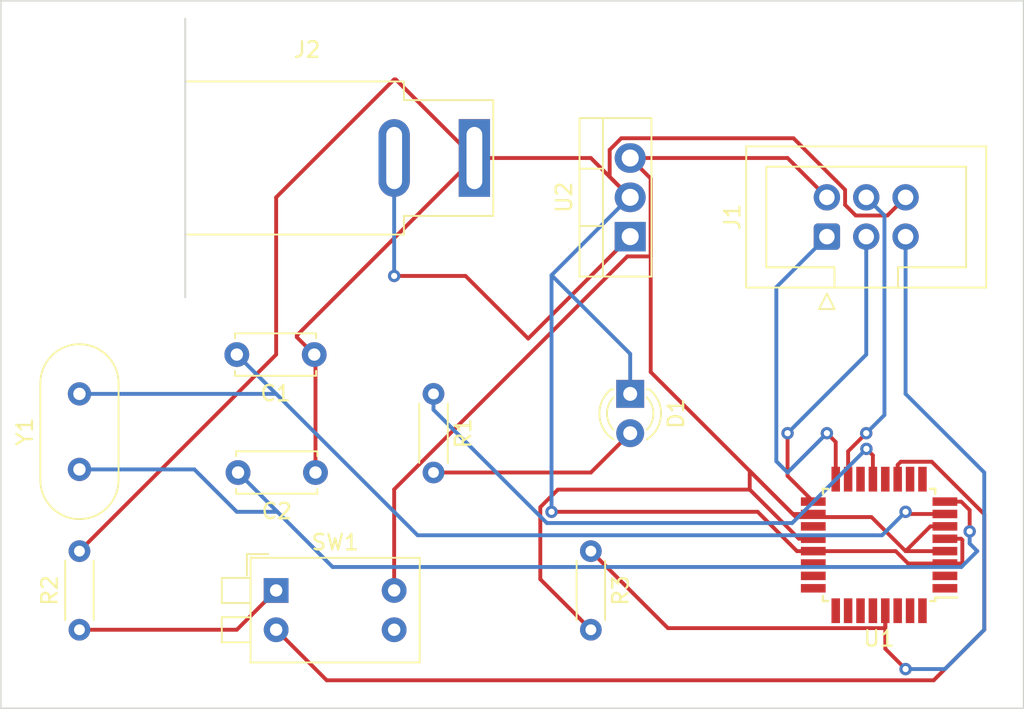
<source format=kicad_pcb>
(kicad_pcb (version 20221018) (generator pcbnew)
  (layers (0 "F.Cu" signal) (31 "B.Cu" signal) (34 "B.Paste" user) (35 "F.Paste" user) (36 "B.SilkS" user "B.Silkscreen") (37 "F.SilkS" user "F.Silkscreen") (38 "B.Mask" user) (39 "F.Mask" user) (44 "Edge.Cuts" user))
  (net 0 "")
  (net 1 "GND")
  (net 2 "XTAL_1")
  (net 4 "XTAL_2")
  (net 5 "R1")
  (net 6 "PB4_MISO")
  (net 7 "PB5_SCK")
  (net 8 "PB3_MOSI")
  (net 9 "PC6_RESET")
  (net 10 "PWMPIN_9")
  (net 11 "SW1_PIN2GND")
  (net 12 "DPIN_7")
  (net 13 "+5V")
  (net 31 "Net-(U2-IN)")
  (footprint "Resistor_THT:R_Axial_DIN0204_L3.6mm_D1.6mm_P5.08mm_Horizontal" (layer "F.Cu") (at 137.16 63.5 90)
    (fp_text reference "R2" (at 2.54 -1.92 90) (layer "F.SilkS"))
    (fp_text value "10k")
    (fp_line (start 0.62 -0.92) (end 4.46 -0.92) (stroke (width 0.12)) (layer "F.SilkS"))
    (fp_line (start 0.62 0.92) (end 4.46 0.92) (stroke (width 0.12)) (layer "F.SilkS"))
    (pad "1" thru_hole circle (at 0 0 90) (size 1.4 1.4) (drill 0.7) (layers "*.Cu" "*.Mask") (net 11 "SW1_PIN2GND"))
    (pad "2" thru_hole oval (at 5.08 0 90) (size 1.4 1.4) (drill 0.7) (layers "*.Cu" "*.Mask") (net 1 "GND"))
  )
  (footprint "Crystal:Crystal_HC49-U_Vertical" (layer "F.Cu") (at 137.16 53.14 90)
    (fp_text reference "Y1" (at 2.44 -3.525 90) (layer "F.SilkS"))
    (fp_text value "16Mhz Crystal")
    (fp_line (start -0.685 -2.525) (end 5.565 -2.525) (stroke (width 0.12)) (layer "F.SilkS"))
    (fp_line (start -0.685 2.525) (end 5.565 2.525) (stroke (width 0.12)) (layer "F.SilkS"))
    (fp_arc (start -0.685 2.525) (mid -3.21 0) (end -0.685 -2.525) (stroke (width 0.12)) (layer "F.SilkS"))
    (fp_arc (start 5.565 -2.525) (mid 8.09 0) (end 5.565 2.525) (stroke (width 0.12)) (layer "F.SilkS"))
    (pad "1" thru_hole circle (at 0 0 90) (size 1.5 1.5) (drill 0.8) (layers "*.Cu" "*.Mask") (net 4 "XTAL_2"))
    (pad "2" thru_hole circle (at 4.88 0 90) (size 1.5 1.5) (drill 0.8) (layers "*.Cu" "*.Mask") (net 2 "XTAL_1"))
  )
  (footprint "Resistor_THT:R_Axial_DIN0204_L3.6mm_D1.6mm_P5.08mm_Horizontal" (layer "F.Cu") (at 170.18 58.42 -90)
    (fp_text reference "R3" (at 2.54 -1.92 90) (layer "F.SilkS"))
    (fp_text value "10k")
    (fp_line (start 0.62 -0.92) (end 4.46 -0.92) (stroke (width 0.12)) (layer "F.SilkS"))
    (fp_line (start 0.62 0.92) (end 4.46 0.92) (stroke (width 0.12)) (layer "F.SilkS"))
    (pad "1" thru_hole circle (at 0 0 270) (size 1.4 1.4) (drill 0.7) (layers "*.Cu" "*.Mask") (net 9 "PC6_RESET"))
    (pad "2" thru_hole oval (at 5.08 0 270) (size 1.4 1.4) (drill 0.7) (layers "*.Cu" "*.Mask") (net 13 "+5V"))
  )
  (footprint "Resistor_THT:R_Axial_DIN0204_L3.6mm_D1.6mm_P5.08mm_Horizontal" (layer "F.Cu") (at 160.02 48.26 -90)
    (fp_text reference "R1" (at 2.54 -1.92 90) (layer "F.SilkS"))
    (fp_text value "330")
    (fp_line (start 0.62 -0.92) (end 4.46 -0.92) (stroke (width 0.12)) (layer "F.SilkS"))
    (fp_line (start 0.62 0.92) (end 4.46 0.92) (stroke (width 0.12)) (layer "F.SilkS"))
    (pad "1" thru_hole circle (at 0 0 270) (size 1.4 1.4) (drill 0.7) (layers "*.Cu" "*.Mask") (net 10 "PWMPIN_9"))
    (pad "2" thru_hole oval (at 5.08 0 270) (size 1.4 1.4) (drill 0.7) (layers "*.Cu" "*.Mask") (net 5 "R1"))
  )
  (footprint "Package_QFP:TQFP-32_7x7mm_P0.8mm" (layer "F.Cu") (at 188.79 58.02 180)
    (fp_text reference "U1" (at 0 -6.05) (layer "F.SilkS"))
    (fp_text value "ATmega328P-A")
    (fp_line (start -3.625 -3.625) (end -3.625 -3.4) (stroke (width 0.15)) (layer "F.SilkS"))
    (fp_line (start -3.625 -3.625) (end -3.3 -3.625) (stroke (width 0.15)) (layer "F.SilkS"))
    (fp_line (start -3.625 -3.4) (end -5.05 -3.4) (stroke (width 0.15)) (layer "F.SilkS"))
    (fp_line (start -3.625 3.625) (end -3.625 3.3) (stroke (width 0.15)) (layer "F.SilkS"))
    (fp_line (start -3.625 3.625) (end -3.3 3.625) (stroke (width 0.15)) (layer "F.SilkS"))
    (fp_line (start 3.625 -3.625) (end 3.3 -3.625) (stroke (width 0.15)) (layer "F.SilkS"))
    (fp_line (start 3.625 -3.625) (end 3.625 -3.3) (stroke (width 0.15)) (layer "F.SilkS"))
    (fp_line (start 3.625 3.625) (end 3.3 3.625) (stroke (width 0.15)) (layer "F.SilkS"))
    (fp_line (start 3.625 3.625) (end 3.625 3.3) (stroke (width 0.15)) (layer "F.SilkS"))
    (pad "1" smd rect (at -4.25 -2.8 180) (size 1.6 0.55) (layers "F.Cu" "F.Paste" "F.Mask"))
    (pad "2" smd rect (at -4.25 -2 180) (size 1.6 0.55) (layers "F.Cu" "F.Paste" "F.Mask"))
    (pad "3" smd rect (at -4.25 -1.2 180) (size 1.6 0.55) (layers "F.Cu" "F.Paste" "F.Mask") (net 1 "GND"))
    (pad "4" smd rect (at -4.25 -0.4 180) (size 1.6 0.55) (layers "F.Cu" "F.Paste" "F.Mask") (net 13 "+5V"))
    (pad "5" smd rect (at -4.25 0.4 180) (size 1.6 0.55) (layers "F.Cu" "F.Paste" "F.Mask") (net 1 "GND"))
    (pad "6" smd rect (at -4.25 1.2 180) (size 1.6 0.55) (layers "F.Cu" "F.Paste" "F.Mask") (net 13 "+5V"))
    (pad "7" smd rect (at -4.25 2 180) (size 1.6 0.55) (layers "F.Cu" "F.Paste" "F.Mask") (net 2 "XTAL_1"))
    (pad "8" smd rect (at -4.25 2.8 180) (size 1.6 0.55) (layers "F.Cu" "F.Paste" "F.Mask") (net 4 "XTAL_2"))
    (pad "9" smd rect (at -2.8 4.25 270) (size 1.6 0.55) (layers "F.Cu" "F.Paste" "F.Mask"))
    (pad "10" smd rect (at -2 4.25 270) (size 1.6 0.55) (layers "F.Cu" "F.Paste" "F.Mask"))
    (pad "11" smd rect (at -1.2 4.25 270) (size 1.6 0.55) (layers "F.Cu" "F.Paste" "F.Mask") (net 12 "DPIN_7"))
    (pad "12" smd rect (at -0.4 4.25 270) (size 1.6 0.55) (layers "F.Cu" "F.Paste" "F.Mask"))
    (pad "13" smd rect (at 0.4 4.25 270) (size 1.6 0.55) (layers "F.Cu" "F.Paste" "F.Mask") (net 10 "PWMPIN_9"))
    (pad "14" smd rect (at 1.2 4.25 270) (size 1.6 0.55) (layers "F.Cu" "F.Paste" "F.Mask"))
    (pad "15" smd rect (at 2 4.25 270) (size 1.6 0.55) (layers "F.Cu" "F.Paste" "F.Mask") (net 8 "PB3_MOSI"))
    (pad "16" smd rect (at 2.8 4.25 270) (size 1.6 0.55) (layers "F.Cu" "F.Paste" "F.Mask") (net 6 "PB4_MISO"))
    (pad "17" smd rect (at 4.25 2.8 180) (size 1.6 0.55) (layers "F.Cu" "F.Paste" "F.Mask") (net 7 "PB5_SCK"))
    (pad "18" smd rect (at 4.25 2 180) (size 1.6 0.55) (layers "F.Cu" "F.Paste" "F.Mask") (net 13 "+5V"))
    (pad "19" smd rect (at 4.25 1.2 180) (size 1.6 0.55) (layers "F.Cu" "F.Paste" "F.Mask"))
    (pad "20" smd rect (at 4.25 0.4 180) (size 1.6 0.55) (layers "F.Cu" "F.Paste" "F.Mask") (net 13 "+5V"))
    (pad "21" smd rect (at 4.25 -0.4 180) (size 1.6 0.55) (layers "F.Cu" "F.Paste" "F.Mask") (net 1 "GND"))
    (pad "22" smd rect (at 4.25 -1.2 180) (size 1.6 0.55) (layers "F.Cu" "F.Paste" "F.Mask"))
    (pad "23" smd rect (at 4.25 -2 180) (size 1.6 0.55) (layers "F.Cu" "F.Paste" "F.Mask"))
    (pad "24" smd rect (at 4.25 -2.8 180) (size 1.6 0.55) (layers "F.Cu" "F.Paste" "F.Mask"))
    (pad "25" smd rect (at 2.8 -4.25 270) (size 1.6 0.55) (layers "F.Cu" "F.Paste" "F.Mask"))
    (pad "26" smd rect (at 2 -4.25 270) (size 1.6 0.55) (layers "F.Cu" "F.Paste" "F.Mask"))
    (pad "27" smd rect (at 1.2 -4.25 270) (size 1.6 0.55) (layers "F.Cu" "F.Paste" "F.Mask"))
    (pad "28" smd rect (at 0.4 -4.25 270) (size 1.6 0.55) (layers "F.Cu" "F.Paste" "F.Mask"))
    (pad "29" smd rect (at -0.4 -4.25 270) (size 1.6 0.55) (layers "F.Cu" "F.Paste" "F.Mask") (net 9 "PC6_RESET"))
    (pad "30" smd rect (at -1.2 -4.25 270) (size 1.6 0.55) (layers "F.Cu" "F.Paste" "F.Mask"))
    (pad "31" smd rect (at -2 -4.25 270) (size 1.6 0.55) (layers "F.Cu" "F.Paste" "F.Mask"))
    (pad "32" smd rect (at -2.8 -4.25 270) (size 1.6 0.55) (layers "F.Cu" "F.Paste" "F.Mask"))
  )
  (footprint "LED_THT:LED_D3.0mm_Clear" (layer "F.Cu") (at 172.72 48.26 -90)
    (fp_text reference "D1" (at 1.27 -2.96 90) (layer "F.SilkS"))
    (fp_text value "LED")
    (fp_line (start -0.29 -1.236) (end -0.29 -1.08) (stroke (width 0.12)) (layer "F.SilkS"))
    (fp_line (start -0.29 1.08) (end -0.29 1.236) (stroke (width 0.12)) (layer "F.SilkS"))
    (fp_arc (start -0.29 -1.235516) (mid 1.366487 -1.987659) (end 2.942335 -1.078608) (stroke (width 0.12)) (layer "F.SilkS"))
    (fp_arc (start 0.229039 -1.08) (mid 1.270117 -1.5) (end 2.31113 -1.079837) (stroke (width 0.12)) (layer "F.SilkS"))
    (fp_arc (start 2.31113 1.079837) (mid 1.270117 1.5) (end 0.229039 1.08) (stroke (width 0.12)) (layer "F.SilkS"))
    (fp_arc (start 2.942335 1.078608) (mid 1.366487 1.987659) (end -0.29 1.235516) (stroke (width 0.12)) (layer "F.SilkS"))
    (pad "1" thru_hole rect (at 0 0 270) (size 1.8 1.8) (drill 0.9) (layers "*.Cu" "*.Mask") (net 1 "GND"))
    (pad "2" thru_hole circle (at 2.54 0 270) (size 1.8 1.8) (drill 0.9) (layers "*.Cu" "*.Mask") (net 5 "R1"))
  )
  (footprint "Capacitor_THT:C_Disc_D5.0mm_W2.5mm_P5.00mm" (layer "F.Cu") (at 152.32 45.72 180)
    (fp_text reference "C1" (at 2.5 -2.5) (layer "F.SilkS"))
    (fp_text value "20pf")
    (fp_line (start -0.12 -1.37) (end -0.12 -1.055) (stroke (width 0.12)) (layer "F.SilkS"))
    (fp_line (start -0.12 -1.37) (end 5.12 -1.37) (stroke (width 0.12)) (layer "F.SilkS"))
    (fp_line (start -0.12 1.055) (end -0.12 1.37) (stroke (width 0.12)) (layer "F.SilkS"))
    (fp_line (start -0.12 1.37) (end 5.12 1.37) (stroke (width 0.12)) (layer "F.SilkS"))
    (fp_line (start 5.12 -1.37) (end 5.12 -1.055) (stroke (width 0.12)) (layer "F.SilkS"))
    (fp_line (start 5.12 1.055) (end 5.12 1.37) (stroke (width 0.12)) (layer "F.SilkS"))
    (pad "1" thru_hole circle (at 0 0 180) (size 1.6 1.6) (drill 0.8) (layers "*.Cu" "*.Mask") (net 1 "GND"))
    (pad "2" thru_hole circle (at 5 0 180) (size 1.6 1.6) (drill 0.8) (layers "*.Cu" "*.Mask") (net 2 "XTAL_1"))
  )
  (footprint "Connector_BarrelJack:BarrelJack_SwitchcraftConxall_RAPC10U_Horizontal" (layer "F.Cu") (at 162.66 33.02)
    (fp_text reference "J2" (at -10.8 -7) (layer "F.SilkS"))
    (fp_text value "Barrel_Jack")
    (fp_line (start -18.55 4.945) (end -4.55 4.945) (stroke (width 0.12)) (layer "F.SilkS"))
    (fp_line (start -4.55 -4.945) (end -18.55 -4.945) (stroke (width 0.12)) (layer "F.SilkS"))
    (fp_line (start -4.55 -3.74) (end -4.55 -4.945) (stroke (width 0.12)) (layer "F.SilkS"))
    (fp_line (start -4.55 3.74) (end 1.22 3.74) (stroke (width 0.12)) (layer "F.SilkS"))
    (fp_line (start -4.55 4.945) (end -4.55 3.74) (stroke (width 0.12)) (layer "F.SilkS"))
    (fp_line (start 1.22 -3.74) (end -4.55 -3.74) (stroke (width 0.12)) (layer "F.SilkS"))
    (fp_line (start 1.22 3.74) (end 1.22 -3.74) (stroke (width 0.12)) (layer "F.SilkS"))
    (fp_line (start -18.67 -9) (end -18.67 9) (stroke (width 0.12)) (layer "Edge.Cuts"))
    (pad "1" thru_hole rect (at 0 0) (size 2.02 5.02) (drill oval 1.02 4.02) (layers "*.Cu" "*.Mask") (net 1 "GND"))
    (pad "2" thru_hole oval (at -5.18 0) (size 2.02 5.02) (drill oval 1.02 4.02) (layers "*.Cu" "*.Mask") (net 31 "Net-(U2-IN)"))
  )
  (footprint "Capacitor_THT:C_Disc_D5.0mm_W2.5mm_P5.00mm" (layer "F.Cu") (at 152.4 53.34 180)
    (fp_text reference "C2" (at 2.5 -2.5) (layer "F.SilkS"))
    (fp_text value "20pf")
    (fp_line (start -0.12 -1.37) (end -0.12 -1.055) (stroke (width 0.12)) (layer "F.SilkS"))
    (fp_line (start -0.12 -1.37) (end 5.12 -1.37) (stroke (width 0.12)) (layer "F.SilkS"))
    (fp_line (start -0.12 1.055) (end -0.12 1.37) (stroke (width 0.12)) (layer "F.SilkS"))
    (fp_line (start -0.12 1.37) (end 5.12 1.37) (stroke (width 0.12)) (layer "F.SilkS"))
    (fp_line (start 5.12 -1.37) (end 5.12 -1.055) (stroke (width 0.12)) (layer "F.SilkS"))
    (fp_line (start 5.12 1.055) (end 5.12 1.37) (stroke (width 0.12)) (layer "F.SilkS"))
    (pad "1" thru_hole circle (at 0 0 180) (size 1.6 1.6) (drill 0.8) (layers "*.Cu" "*.Mask") (net 1 "GND"))
    (pad "2" thru_hole circle (at 5 0 180) (size 1.6 1.6) (drill 0.8) (layers "*.Cu" "*.Mask") (net 4 "XTAL_2"))
  )
  (footprint "Connector_IDC:IDC-Header_2x03_P2.54mm_Vertical" (layer "F.Cu") (at 185.42 38.1 90)
    (fp_text reference "J1" (at 1.27 -6.1 90) (layer "F.SilkS"))
    (fp_text value "AVR-ISP-6")
    (fp_line (start -4.68 -0.5) (end -4.68 0.5) (stroke (width 0.12)) (layer "F.SilkS"))
    (fp_line (start -4.68 0.5) (end -3.68 0) (stroke (width 0.12)) (layer "F.SilkS"))
    (fp_line (start -3.68 0) (end -4.68 -0.5) (stroke (width 0.12)) (layer "F.SilkS"))
    (fp_line (start -3.29 -5.21) (end 5.83 -5.21) (stroke (width 0.12)) (layer "F.SilkS"))
    (fp_line (start -3.29 0.49) (end -1.98 0.49) (stroke (width 0.12)) (layer "F.SilkS"))
    (fp_line (start -3.29 10.29) (end -3.29 -5.21) (stroke (width 0.12)) (layer "F.SilkS"))
    (fp_line (start -1.98 -3.91) (end 4.52 -3.91) (stroke (width 0.12)) (layer "F.SilkS"))
    (fp_line (start -1.98 0.49) (end -1.98 -3.91) (stroke (width 0.12)) (layer "F.SilkS"))
    (fp_line (start -1.98 4.59) (end -3.29 4.59) (stroke (width 0.12)) (layer "F.SilkS"))
    (fp_line (start -1.98 4.59) (end -1.98 4.59) (stroke (width 0.12)) (layer "F.SilkS"))
    (fp_line (start -1.98 8.99) (end -1.98 4.59) (stroke (width 0.12)) (layer "F.SilkS"))
    (fp_line (start 4.52 -3.91) (end 4.52 8.99) (stroke (width 0.12)) (layer "F.SilkS"))
    (fp_line (start 4.52 8.99) (end -1.98 8.99) (stroke (width 0.12)) (layer "F.SilkS"))
    (fp_line (start 5.83 -5.21) (end 5.83 10.29) (stroke (width 0.12)) (layer "F.SilkS"))
    (fp_line (start 5.83 10.29) (end -3.29 10.29) (stroke (width 0.12)) (layer "F.SilkS"))
    (pad "1" thru_hole roundrect (at 0 0 90) (size 1.7 1.7) (drill 1) (layers "*.Cu" "*.Mask") (roundrect_rratio 0.1470588235) (net 6 "PB4_MISO"))
    (pad "2" thru_hole circle (at 2.54 0 90) (size 1.7 1.7) (drill 1) (layers "*.Cu" "*.Mask") (net 13 "+5V"))
    (pad "3" thru_hole circle (at 0 2.54 90) (size 1.7 1.7) (drill 1) (layers "*.Cu" "*.Mask") (net 7 "PB5_SCK"))
    (pad "4" thru_hole circle (at 2.54 2.54 90) (size 1.7 1.7) (drill 1) (layers "*.Cu" "*.Mask") (net 8 "PB3_MOSI"))
    (pad "5" thru_hole circle (at 0 5.08 90) (size 1.7 1.7) (drill 1) (layers "*.Cu" "*.Mask") (net 9 "PC6_RESET"))
    (pad "6" thru_hole circle (at 2.54 5.08 90) (size 1.7 1.7) (drill 1) (layers "*.Cu" "*.Mask") (net 1 "GND"))
  )
  (footprint "Button_Switch_THT:SW_DIP_SPSTx02_Piano_10.8x6.64mm_W7.62mm_P2.54mm" (layer "F.Cu") (at 149.86 60.96)
    (fp_text reference "SW1" (at 3.81 -3.11) (layer "F.SilkS"))
    (fp_text value "SW_MEC_5E")
    (fp_line (start -3.51 -0.81) (end -3.51 0.81) (stroke (width 0.12)) (layer "F.SilkS"))
    (fp_line (start -3.51 -0.81) (end -1.65 -0.81) (stroke (width 0.12)) (layer "F.SilkS"))
    (fp_line (start -3.51 0.81) (end -1.65 0.81) (stroke (width 0.12)) (layer "F.SilkS"))
    (fp_line (start -3.51 1.73) (end -3.51 3.35) (stroke (width 0.12)) (layer "F.SilkS"))
    (fp_line (start -3.51 1.73) (end -1.65 1.73) (stroke (width 0.12)) (layer "F.SilkS"))
    (fp_line (start -3.51 3.35) (end -1.65 3.35) (stroke (width 0.12)) (layer "F.SilkS"))
    (fp_line (start -1.89 -2.35) (end -1.89 -0.967) (stroke (width 0.12)) (layer "F.SilkS"))
    (fp_line (start -1.89 -2.35) (end -0.507 -2.35) (stroke (width 0.12)) (layer "F.SilkS"))
    (fp_line (start -1.65 -2.11) (end -1.65 4.65) (stroke (width 0.12)) (layer "F.SilkS"))
    (fp_line (start -1.65 -2.11) (end 9.27 -2.11) (stroke (width 0.12)) (layer "F.SilkS"))
    (fp_line (start -1.65 -0.81) (end -1.65 0.81) (stroke (width 0.12)) (layer "F.SilkS"))
    (fp_line (start -1.65 1.73) (end -1.65 3.35) (stroke (width 0.12)) (layer "F.SilkS"))
    (fp_line (start -1.65 4.65) (end 9.27 4.65) (stroke (width 0.12)) (layer "F.SilkS"))
    (fp_line (start 9.27 -2.11) (end 9.27 4.65) (stroke (width 0.12)) (layer "F.SilkS"))
    (pad "1" thru_hole rect (at 0 0) (size 1.6 1.6) (drill 0.8) (layers "*.Cu" "*.Mask") (net 11 "SW1_PIN2GND"))
    (pad "2" thru_hole oval (at 0 2.54) (size 1.6 1.6) (drill 0.8) (layers "*.Cu" "*.Mask") (net 12 "DPIN_7"))
    (pad "3" thru_hole oval (at 7.62 2.54) (size 1.6 1.6) (drill 0.8) (layers "*.Cu" "*.Mask"))
    (pad "4" thru_hole oval (at 7.62 0) (size 1.6 1.6) (drill 0.8) (layers "*.Cu" "*.Mask") (net 13 "+5V"))
  )
  (footprint "Package_TO_SOT_THT:TO-220-3_Vertical" (layer "F.Cu") (at 172.72 38.1 90)
    (fp_text reference "U2" (at 2.54 -4.27 90) (layer "F.SilkS"))
    (fp_text value "L7805")
    (fp_line (start -2.58 -3.27) (end -2.58 1.371) (stroke (width 0.12)) (layer "F.SilkS"))
    (fp_line (start -2.58 -3.27) (end 7.66 -3.27) (stroke (width 0.12)) (layer "F.SilkS"))
    (fp_line (start -2.58 -1.76) (end 7.66 -1.76) (stroke (width 0.12)) (layer "F.SilkS"))
    (fp_line (start -2.58 1.371) (end 7.66 1.371) (stroke (width 0.12)) (layer "F.SilkS"))
    (fp_line (start 0.69 -3.27) (end 0.69 -1.76) (stroke (width 0.12)) (layer "F.SilkS"))
    (fp_line (start 4.391 -3.27) (end 4.391 -1.76) (stroke (width 0.12)) (layer "F.SilkS"))
    (fp_line (start 7.66 -3.27) (end 7.66 1.371) (stroke (width 0.12)) (layer "F.SilkS"))
    (pad "1" thru_hole rect (at 0 0 90) (size 1.905 2) (drill 1.1) (layers "*.Cu" "*.Mask") (net 31 "Net-(U2-IN)"))
    (pad "2" thru_hole oval (at 2.54 0 90) (size 1.905 2) (drill 1.1) (layers "*.Cu" "*.Mask") (net 1 "GND"))
    (pad "3" thru_hole oval (at 5.08 0 90) (size 1.905 2) (drill 1.1) (layers "*.Cu" "*.Mask") (net 13 "+5V"))
  )
  (gr_rect (start 132.08 22.86) (end 198.12 68.58) (stroke (width 0.1)) (fill none) (layer "Edge.Cuts"))
  (segment (start 152.4 53.34) (end 152.4 45.8) (width 0.25) (layer "F.Cu") (net 1))
  (segment (start 183.49 58.42) (end 180.95 55.88) (width 0.25) (layer "F.Cu") (net 1))
  (segment (start 172.143342 31.7425) (end 171.395 32.490842) (width 0.25) (layer "F.Cu") (net 1))
  (segment (start 184.54 58.42) (end 183.49 58.42) (width 0.25) (layer "F.Cu") (net 1))
  (segment (start 194.09 57.62) (end 194.165 57.695) (width 0.25) (layer "F.Cu") (net 1))
  (segment (start 183.264201 31.7425) (end 172.143342 31.7425) (width 0.25) (layer "F.Cu") (net 1))
  (segment (start 190.5 35.56) (end 189.325 36.735) (width 0.25) (layer "F.Cu") (net 1))
  (segment (start 170.18 33.02) (end 162.66 33.02) (width 0.25) (layer "F.Cu") (net 1))
  (segment (start 187.283299 36.735) (end 186.595 36.046701) (width 0.25) (layer "F.Cu") (net 1))
  (segment (start 152.32 45.72) (end 151.195 44.595) (width 0.25) (layer "F.Cu") (net 1))
  (segment (start 151.195 44.595) (end 151.195 44.485) (width 0.25) (layer "F.Cu") (net 1))
  (segment (start 193.04 59.22) (end 190.663604 59.22) (width 0.25) (layer "F.Cu") (net 1))
  (segment (start 193.04 57.62) (end 194.09 57.62) (width 0.25) (layer "F.Cu") (net 1))
  (segment (start 180.95 55.88) (end 167.64 55.88) (width 0.25) (layer "F.Cu") (net 1))
  (segment (start 152.4 45.8) (end 152.32 45.72) (width 0.25) (layer "F.Cu") (net 1))
  (segment (start 189.863604 58.42) (end 184.54 58.42) (width 0.25) (layer "F.Cu") (net 1))
  (segment (start 186.595 36.046701) (end 186.595 35.073299) (width 0.25) (layer "F.Cu") (net 1))
  (segment (start 189.325 36.735) (end 187.283299 36.735) (width 0.25) (layer "F.Cu") (net 1))
  (segment (start 194.09 59.22) (end 193.04 59.22) (width 0.25) (layer "F.Cu") (net 1))
  (segment (start 172.72 35.56) (end 170.18 33.02) (width 0.25) (layer "F.Cu") (net 1))
  (segment (start 157.58 27.94) (end 162.66 33.02) (width 0.25) (layer "F.Cu") (net 1))
  (segment (start 157.48 27.94) (end 157.58 27.94) (width 0.25) (layer "F.Cu") (net 1))
  (segment (start 137.16 58.42) (end 149.86 45.72) (width 0.25) (layer "F.Cu") (net 1))
  (segment (start 151.195 44.485) (end 162.66 33.02) (width 0.25) (layer "F.Cu") (net 1))
  (segment (start 149.86 45.72) (end 149.86 35.56) (width 0.25) (layer "F.Cu") (net 1))
  (segment (start 190.663604 59.22) (end 189.863604 58.42) (width 0.25) (layer "F.Cu") (net 1))
  (segment (start 186.595 35.073299) (end 183.264201 31.7425) (width 0.25) (layer "F.Cu") (net 1))
  (segment (start 149.86 35.56) (end 157.48 27.94) (width 0.25) (layer "F.Cu") (net 1))
  (segment (start 194.165 57.695) (end 194.165 59.145) (width 0.25) (layer "F.Cu") (net 1))
  (segment (start 171.395 32.490842) (end 171.395 34.235) (width 0.25) (layer "F.Cu") (net 1))
  (segment (start 194.165 59.145) (end 194.09 59.22) (width 0.25) (layer "F.Cu") (net 1))
  (segment (start 171.395 34.235) (end 172.72 35.56) (width 0.25) (layer "F.Cu") (net 1))
  (via (at 167.64 55.88) (size 0.8) (drill 0.4) (layers "F.Cu" "B.Cu") (net 1))
  (segment (start 172.6725 35.56) (end 172.72 35.56) (width 0.25) (layer "B.Cu") (net 1))
  (segment (start 172.72 48.26) (end 172.72 45.6725) (width 0.25) (layer "B.Cu") (net 1))
  (segment (start 172.72 45.6725) (end 167.64 40.5925) (width 0.25) (layer "B.Cu") (net 1))
  (segment (start 167.64 55.88) (end 167.64 40.5925) (width 0.25) (layer "B.Cu") (net 1))
  (segment (start 167.64 40.5925) (end 172.6725 35.56) (width 0.25) (layer "B.Cu") (net 1))
  (segment (start 190.64 56.02) (end 193.04 56.02) (width 0.25) (layer "F.Cu") (net 2))
  (segment (start 190.5 55.88) (end 190.64 56.02) (width 0.25) (layer "F.Cu") (net 2))
  (via (at 190.5 55.88) (size 0.8) (drill 0.4) (layers "F.Cu" "B.Cu") (net 2))
  (segment (start 137.16 48.26) (end 149.86 48.26) (width 0.25) (layer "B.Cu") (net 2))
  (segment (start 188.985 57.395) (end 190.5 55.88) (width 0.25) (layer "B.Cu") (net 2))
  (segment (start 149.86 48.26) (end 158.995 57.395) (width 0.25) (layer "B.Cu") (net 2))
  (segment (start 147.32 45.72) (end 149.86 48.26) (width 0.25) (layer "B.Cu") (net 2))
  (segment (start 158.995 57.395) (end 188.985 57.395) (width 0.25) (layer "B.Cu") (net 2))
  (segment (start 194.09 55.22) (end 193.04 55.22) (width 0.25) (layer "F.Cu") (net 4))
  (segment (start 147.2 53.14) (end 147.4 53.34) (width 0.25) (layer "F.Cu") (net 4))
  (segment (start 194.638207 55.768207) (end 194.09 55.22) (width 0.25) (layer "F.Cu") (net 4))
  (segment (start 194.638207 57.143608) (end 194.638207 55.768207) (width 0.25) (layer "F.Cu") (net 4))
  (via (at 194.638207 57.143608) (size 0.8) (drill 0.4) (layers "F.Cu" "B.Cu") (net 4))
  (segment (start 194.105 59.445) (end 195.13 58.42) (width 0.25) (layer "B.Cu") (net 4))
  (segment (start 149.86 55.88) (end 149.9 55.84) (width 0.25) (layer "B.Cu") (net 4))
  (segment (start 153.505 59.445) (end 194.105 59.445) (width 0.25) (layer "B.Cu") (net 4))
  (segment (start 149.9 55.84) (end 153.505 59.445) (width 0.25) (layer "B.Cu") (net 4))
  (segment (start 147.4 53.34) (end 149.9 55.84) (width 0.25) (layer "B.Cu") (net 4))
  (segment (start 137.16 53.14) (end 144.58 53.14) (width 0.25) (layer "B.Cu") (net 4))
  (segment (start 144.58 53.14) (end 147.32 55.88) (width 0.25) (layer "B.Cu") (net 4))
  (segment (start 194.638207 57.928207) (end 194.638207 57.143608) (width 0.25) (layer "B.Cu") (net 4))
  (segment (start 195.13 58.42) (end 194.638207 57.928207) (width 0.25) (layer "B.Cu") (net 4))
  (segment (start 147.32 55.88) (end 149.86 55.88) (width 0.25) (layer "B.Cu") (net 4))
  (segment (start 160.02 53.34) (end 170.18 53.34) (width 0.25) (layer "F.Cu") (net 5))
  (segment (start 170.18 53.34) (end 172.72 50.8) (width 0.25) (layer "F.Cu") (net 5))
  (segment (start 185.42 50.8) (end 185.99 51.37) (width 0.25) (layer "F.Cu") (net 6))
  (segment (start 185.99 51.37) (end 185.99 53.77) (width 0.25) (layer "F.Cu") (net 6))
  (via (at 185.42 50.8) (size 0.8) (drill 0.4) (layers "F.Cu" "B.Cu") (net 6))
  (segment (start 182.155 41.365) (end 182.155 52.615) (width 0.25) (layer "B.Cu") (net 6))
  (segment (start 182.88 53.34) (end 185.42 50.8) (width 0.25) (layer "B.Cu") (net 6))
  (segment (start 182.155 52.615) (end 182.88 53.34) (width 0.25) (layer "B.Cu") (net 6))
  (segment (start 185.42 38.1) (end 182.155 41.365) (width 0.25) (layer "B.Cu") (net 6))
  (segment (start 182.88 53.56) (end 184.54 55.22) (width 0.25) (layer "F.Cu") (net 7))
  (segment (start 182.88 50.8) (end 182.88 53.56) (width 0.25) (layer "F.Cu") (net 7))
  (via (at 182.88 50.8) (size 0.8) (drill 0.4) (layers "F.Cu" "B.Cu") (net 7))
  (segment (start 187.96 45.72) (end 182.88 50.8) (width 0.25) (layer "B.Cu") (net 7))
  (segment (start 187.96 38.1) (end 187.96 45.72) (width 0.25) (layer "B.Cu") (net 7))
  (segment (start 186.79 51.97) (end 186.79 53.77) (width 0.25) (layer "F.Cu") (net 8))
  (segment (start 187.96 50.8) (end 186.79 51.97) (width 0.25) (layer "F.Cu") (net 8))
  (via (at 187.96 50.8) (size 0.8) (drill 0.4) (layers "F.Cu" "B.Cu") (net 8))
  (segment (start 189.135 36.735) (end 189.135 49.625) (width 0.25) (layer "B.Cu") (net 8))
  (segment (start 189.135 49.625) (end 187.96 50.8) (width 0.25) (layer "B.Cu") (net 8))
  (segment (start 187.96 35.56) (end 189.135 36.735) (width 0.25) (layer "B.Cu") (net 8))
  (segment (start 189.115 63.395) (end 189.19 63.32) (width 0.25) (layer "F.Cu") (net 9))
  (segment (start 190.5 66.04) (end 189.19 64.73) (width 0.25) (layer "F.Cu") (net 9))
  (segment (start 175.155 63.395) (end 189.115 63.395) (width 0.25) (layer "F.Cu") (net 9))
  (segment (start 170.18 58.42) (end 175.155 63.395) (width 0.25) (layer "F.Cu") (net 9))
  (segment (start 189.19 63.32) (end 189.19 62.27) (width 0.25) (layer "F.Cu") (net 9))
  (segment (start 189.19 64.73) (end 189.19 62.27) (width 0.25) (layer "F.Cu") (net 9))
  (via (at 190.5 66.04) (size 0.8) (drill 0.4) (layers "F.Cu" "B.Cu") (net 9))
  (segment (start 195.58 63.5) (end 193.04 66.04) (width 0.25) (layer "B.Cu") (net 9))
  (segment (start 190.5 38.1) (end 190.5 48.26) (width 0.25) (layer "B.Cu") (net 9))
  (segment (start 190.5 48.26) (end 195.58 53.34) (width 0.25) (layer "B.Cu") (net 9))
  (segment (start 193.04 66.04) (end 190.5 66.04) (width 0.25) (layer "B.Cu") (net 9))
  (segment (start 195.58 53.34) (end 195.58 63.5) (width 0.25) (layer "B.Cu") (net 9))
  (segment (start 187.972548 51.812051) (end 188.39 52.229503) (width 0.25) (layer "F.Cu") (net 10))
  (segment (start 188.39 52.229503) (end 188.39 53.77) (width 0.25) (layer "F.Cu") (net 10))
  (via (at 187.972548 51.812051) (size 0.8) (drill 0.4) (layers "F.Cu" "B.Cu") (net 10))
  (segment (start 160.02 49.285305) (end 167.339695 56.605) (width 0.25) (layer "B.Cu") (net 10))
  (segment (start 160.02 48.26) (end 160.02 49.285305) (width 0.25) (layer "B.Cu") (net 10))
  (segment (start 167.339695 56.605) (end 183.179599 56.605) (width 0.25) (layer "B.Cu") (net 10))
  (segment (start 183.179599 56.605) (end 187.972548 51.812051) (width 0.25) (layer "B.Cu") (net 10))
  (segment (start 147.32 63.5) (end 149.86 60.96) (width 0.25) (layer "F.Cu") (net 11))
  (segment (start 137.16 63.5) (end 147.32 63.5) (width 0.25) (layer "F.Cu") (net 11))
  (segment (start 192.315 66.765) (end 195.58 63.5) (width 0.25) (layer "F.Cu") (net 12))
  (segment (start 153.125 66.765) (end 192.315 66.765) (width 0.25) (layer "F.Cu") (net 12))
  (segment (start 192.19 52.645) (end 190.19 52.645) (width 0.25) (layer "F.Cu") (net 12))
  (segment (start 190.19 52.645) (end 189.99 52.845) (width 0.25) (layer "F.Cu") (net 12))
  (segment (start 195.58 56.035) (end 192.19 52.645) (width 0.25) (layer "F.Cu") (net 12))
  (segment (start 149.86 63.5) (end 153.125 66.765) (width 0.25) (layer "F.Cu") (net 12))
  (segment (start 195.58 63.5) (end 195.58 56.035) (width 0.25) (layer "F.Cu") (net 12))
  (segment (start 189.99 52.845) (end 189.99 53.77) (width 0.25) (layer "F.Cu") (net 12))
  (segment (start 180.4375 53.2425) (end 183.415 56.22) (width 0.25) (layer "F.Cu") (net 13))
  (segment (start 192.1 56.82) (end 193.04 56.82) (width 0.25) (layer "F.Cu") (net 13))
  (segment (start 172.532931 39.3775) (end 174.045 39.3775) (width 0.25) (layer "F.Cu") (net 13))
  (segment (start 180.4375 54.4425) (end 168.052195 54.4425) (width 0.25) (layer "F.Cu") (net 13))
  (segment (start 168.052195 54.4425) (end 166.915 55.579695) (width 0.25) (layer "F.Cu") (net 13))
  (segment (start 157.48 54.430431) (end 172.532931 39.3775) (width 0.25) (layer "F.Cu") (net 13))
  (segment (start 183.415 56.22) (end 188.3 56.22) (width 0.25) (layer "F.Cu") (net 13))
  (segment (start 157.48 60.96) (end 157.48 54.430431) (width 0.25) (layer "F.Cu") (net 13))
  (segment (start 174.045 34.345) (end 172.72 33.02) (width 0.25) (layer "F.Cu") (net 13))
  (segment (start 183.215 56.02) (end 180.4375 53.2425) (width 0.25) (layer "F.Cu") (net 13))
  (segment (start 172.72 33.02) (end 182.88 33.02) (width 0.25) (layer "F.Cu") (net 13))
  (segment (start 166.915 60.235) (end 170.18 63.5) (width 0.25) (layer "F.Cu") (net 13))
  (segment (start 180.4375 54.4425) (end 180.4375 53.2425) (width 0.25) (layer "F.Cu") (net 13))
  (segment (start 190.5 58.42) (end 192.1 56.82) (width 0.25) (layer "F.Cu") (net 13))
  (segment (start 183.615 57.62) (end 180.4375 54.4425) (width 0.25) (layer "F.Cu") (net 13))
  (segment (start 174.045 34.345) (end 174.045 46.85) (width 0.25) (layer "F.Cu") (net 13))
  (segment (start 174.045 46.85) (end 180.4375 53.2425) (width 0.25) (layer "F.Cu") (net 13))
  (segment (start 190.5 58.42) (end 193.04 58.42) (width 0.25) (layer "F.Cu") (net 13))
  (segment (start 184.54 57.62) (end 183.615 57.62) (width 0.25) (layer "F.Cu") (net 13))
  (segment (start 182.88 33.02) (end 185.42 35.56) (width 0.25) (layer "F.Cu") (net 13))
  (segment (start 166.915 55.579695) (end 166.915 60.235) (width 0.25) (layer "F.Cu") (net 13))
  (segment (start 184.54 56.02) (end 183.215 56.02) (width 0.25) (layer "F.Cu") (net 13))
  (segment (start 188.3 56.22) (end 190.5 58.42) (width 0.25) (layer "F.Cu") (net 13))
  (segment (start 174.045 39.3775) (end 174.045 34.345) (width 0.25) (layer "F.Cu") (net 13))
  (segment (start 162.09 40.64) (end 157.48 40.64) (width 0.25) (layer "F.Cu") (net 31))
  (segment (start 166.135 44.685) (end 172.72 38.1) (width 0.25) (layer "F.Cu") (net 31))
  (segment (start 166.135 44.685) (end 162.09 40.64) (width 0.25) (layer "F.Cu") (net 31))
  (via (at 157.48 40.64) (size 0.8) (drill 0.4) (layers "F.Cu" "B.Cu") (net 31))
  (segment (start 157.48 40.64) (end 157.48 33.02) (width 0.25) (layer "B.Cu") (net 31))
)
</source>
